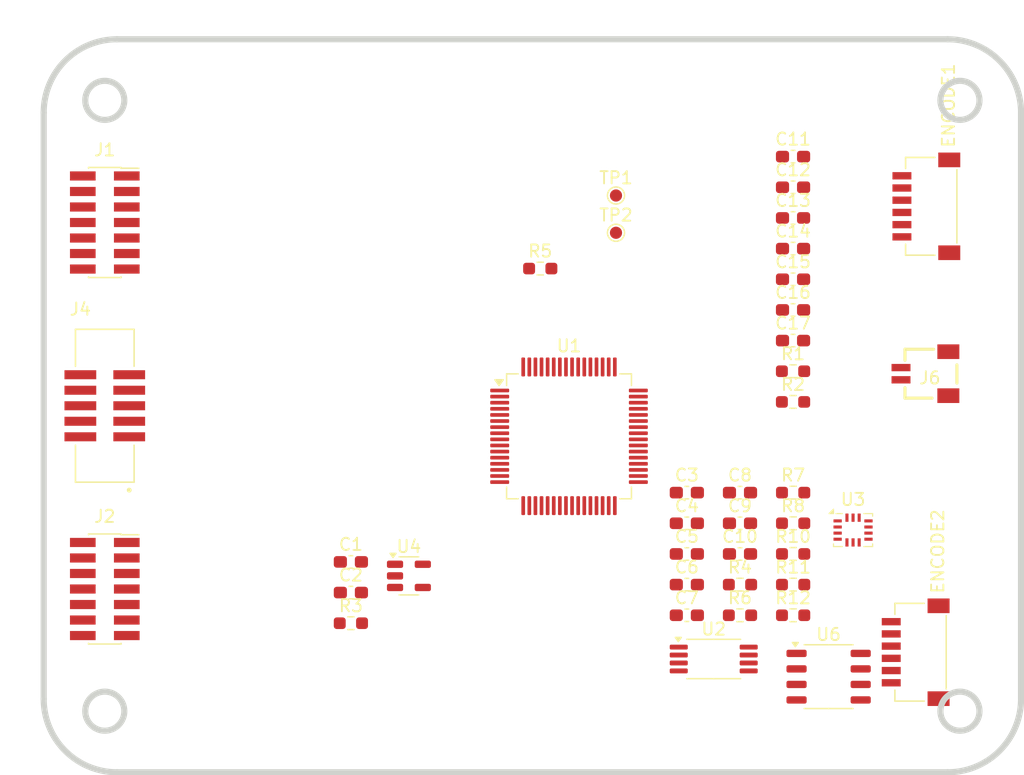
<source format=kicad_pcb>
(kicad_pcb (version 20241229) (generator "pcbnew") (generator_version "9.0")
  (layers (0 "F.Cu" signal) (2 "B.Cu" signal) (13 "F.Paste" user) (15 "B.Paste" user) (5 "F.SilkS" user "F.Silkscreen") (7 "B.SilkS" user "B.Silkscreen") (1 "F.Mask" user) (3 "B.Mask" user) (25 "Edge.Cuts" user))
  (net 0 "")
  (net 1 "/MCU_Part/PA11_TIM1_CH4")
  (net 2 "/MCU_Part/PC9_TIM8_CH4")
  (net 3 "/MCU_Part/Peripheral/24C02_SDA")
  (net 4 "+3.3V")
  (net 5 "GND")
  (net 6 "+5V")
  (net 7 "/MCU_Part/Peripheral/24C02_SCL")
  (net 8 "Net-(U6-STB)")
  (net 9 "Net-(U2-WP)")
  (net 10 "/3.3V")
  (net 11 "/CAN_L")
  (net 12 "/CAN_H")
  (net 13 "Net-(U6-CAN_L)")
  (net 14 "Net-(U6-CAN_H)")
  (net 15 "Net-(U3-INT2{slash}FSYNC{slash}CLKIN)")
  (net 16 "Net-(U3-AP_CS)")
  (net 18 "/MCU_Part/Peripheral/PB11_FDCAN2_RX")
  (net 19 "/MCU_Part/Peripheral/PB6_FDCAN2_TX")
  (net 21 "/MOTOR2_BREAK")
  (net 22 "/MOTOR2_U-")
  (net 23 "/busCurrent")
  (net 24 "/MOTOR2_ENCODE_CLK")
  (net 27 "/MOTOR2_ENCODE_CS")
  (net 28 "/MOTOR2_U+")
  (net 29 "/MCU_Part/Peripheral/ICM-20602-INT")
  (net 30 "/MOTOR2_ENCODE_MISO")
  (net 31 "/MOTOR2_ENCODE_MOSI")
  (net 32 "/MOTOR1_W+")
  (net 33 "/MOTOR2_W+")
  (net 34 "/MOTOR1_V+")
  (net 35 "/MOTOR1_ENCODE_MOSI")
  (net 36 "/MOTOR1_ENCODE_MISO")
  (net 37 "/MOTOR1_ADC_W")
  (net 38 "/Debug_Tx")
  (net 40 "/MOTOR2_ADC_V")
  (net 42 "/MOTOR2_V+")
  (net 43 "/MOTOR1_U+")
  (net 46 "/MOTOR1_ADC_V")
  (net 47 "/MOTOR2_ADC_U")
  (net 49 "/MOTOR1_ENCODE_CS")
  (net 50 "/MOTOR1_ADC_U")
  (net 51 "/MOTOR2_V-")
  (net 53 "/BusVoltage")
  (net 54 "/Debug_sck")
  (net 56 "/MOTOR2_ADC_W")
  (net 57 "/MOTOR1_ENCODE_CLK")
  (net 58 "/Debug_Rx")
  (net 59 "/MOTOR1_U-")
  (net 60 "/Debug_swd")
  (net 61 "/MOTOR1_V-")
  (net 63 "/MOTOR1_BREAK")
  (net 66 "Net-(J4-Pin_5)")
  (footprint "Capacitor_SMD:C_0603_1608Metric_Pad1.08x0.95mm_HandSolder" (layer "F.Cu") (at 129.3375 66.625)
    (property "Reference" "C13" (at 0 -1.43 0) (layer "F.SilkS"))
    (property "Value" "0.1uF")
    (fp_line (start -0.146267 -0.51) (end 0.146267 -0.51) (stroke (width 0.12)) (layer "F.SilkS"))
    (fp_line (start -0.146267 0.51) (end 0.146267 0.51) (stroke (width 0.12)) (layer "F.SilkS"))
    (pad "1" smd roundrect (at -0.8625 0) (size 1.075 0.95) (layers "F.Cu" "F.Mask" "F.Paste") (net 4 "+3.3V"))
    (pad "2" smd roundrect (at 0.8625 0) (size 1.075 0.95) (layers "F.Cu" "F.Mask" "F.Paste") (net 5 "GND"))
  )
  (footprint "Capacitor_SMD:C_0603_1608Metric_Pad1.08x0.95mm_HandSolder" (layer "F.Cu") (at 129.3375 76.665)
    (property "Reference" "C17" (at 0 -1.43 0) (layer "F.SilkS"))
    (property "Value" "0.1uF")
    (fp_line (start -0.146267 -0.51) (end 0.146267 -0.51) (stroke (width 0.12)) (layer "F.SilkS"))
    (fp_line (start -0.146267 0.51) (end 0.146267 0.51) (stroke (width 0.12)) (layer "F.SilkS"))
    (pad "1" smd roundrect (at -0.8625 0) (size 1.075 0.95) (layers "F.Cu" "F.Mask" "F.Paste") (net 4 "+3.3V"))
    (pad "2" smd roundrect (at 0.8625 0) (size 1.075 0.95) (layers "F.Cu" "F.Mask" "F.Paste") (net 5 "GND"))
  )
  (footprint "Capacitor_SMD:C_0603_1608Metric_Pad1.08x0.95mm_HandSolder" (layer "F.Cu") (at 129.3375 71.645)
    (property "Reference" "C15" (at 0 -1.43 0) (layer "F.SilkS"))
    (property "Value" "0.1uF")
    (fp_line (start -0.146267 -0.51) (end 0.146267 -0.51) (stroke (width 0.12)) (layer "F.SilkS"))
    (fp_line (start -0.146267 0.51) (end 0.146267 0.51) (stroke (width 0.12)) (layer "F.SilkS"))
    (pad "1" smd roundrect (at -0.8625 0) (size 1.075 0.95) (layers "F.Cu" "F.Mask" "F.Paste") (net 4 "+3.3V"))
    (pad "2" smd roundrect (at 0.8625 0) (size 1.075 0.95) (layers "F.Cu" "F.Mask" "F.Paste") (net 5 "GND"))
  )
  (footprint "Resistor_SMD:R_0603_1608Metric_Pad0.98x0.95mm_HandSolder" (layer "F.Cu") (at 129.345 96.64)
    (property "Reference" "R11" (at 0 -1.43 0) (layer "F.SilkS"))
    (property "Value" "10R")
    (fp_line (start -0.254724 -0.5225) (end 0.254724 -0.5225) (stroke (width 0.12)) (layer "F.SilkS"))
    (fp_line (start -0.254724 0.5225) (end 0.254724 0.5225) (stroke (width 0.12)) (layer "F.SilkS"))
    (pad "1" smd roundrect (at -0.9125 0) (size 0.975 0.95) (layers "F.Cu" "F.Mask" "F.Paste") (net 13 "Net-(U6-CAN_L)"))
    (pad "2" smd roundrect (at 0.9125 0) (size 0.975 0.95) (layers "F.Cu" "F.Mask" "F.Paste") (net 11 "/CAN_L"))
  )
  (footprint "Capacitor_SMD:C_0603_1608Metric_Pad1.08x0.95mm_HandSolder" (layer "F.Cu") (at 120.645 99.15)
    (property "Reference" "C7" (at 0 -1.43 0) (layer "F.SilkS"))
    (property "Value" "100pF")
    (fp_line (start -0.146267 -0.51) (end 0.146267 -0.51) (stroke (width 0.12)) (layer "F.SilkS"))
    (fp_line (start -0.146267 0.51) (end 0.146267 0.51) (stroke (width 0.12)) (layer "F.SilkS"))
    (pad "1" smd roundrect (at -0.8625 0) (size 1.075 0.95) (layers "F.Cu" "F.Mask" "F.Paste") (net 18 "/MCU_Part/Peripheral/PB11_FDCAN2_RX"))
    (pad "2" smd roundrect (at 0.8625 0) (size 1.075 0.95) (layers "F.Cu" "F.Mask" "F.Paste") (net 5 "GND"))
  )
  (footprint "Resistor_SMD:R_0603_1608Metric_Pad0.98x0.95mm_HandSolder" (layer "F.Cu") (at 124.995 99.15)
    (property "Reference" "R6" (at 0 -1.43 0) (layer "F.SilkS"))
    (property "Value" "10K")
    (fp_line (start -0.254724 -0.5225) (end 0.254724 -0.5225) (stroke (width 0.12)) (layer "F.SilkS"))
    (fp_line (start -0.254724 0.5225) (end 0.254724 0.5225) (stroke (width 0.12)) (layer "F.SilkS"))
    (pad "1" smd roundrect (at -0.9125 0) (size 0.975 0.95) (layers "F.Cu" "F.Mask" "F.Paste") (net 9 "Net-(U2-WP)"))
    (pad "2" smd roundrect (at 0.9125 0) (size 0.975 0.95) (layers "F.Cu" "F.Mask" "F.Paste") (net 5 "GND"))
  )
  (footprint "Capacitor_SMD:C_0603_1608Metric_Pad1.08x0.95mm_HandSolder" (layer "F.Cu") (at 120.645 94.13)
    (property "Reference" "C5" (at 0 -1.43 0) (layer "F.SilkS"))
    (property "Value" "2.2uF")
    (fp_line (start -0.146267 -0.51) (end 0.146267 -0.51) (stroke (width 0.12)) (layer "F.SilkS"))
    (fp_line (start -0.146267 0.51) (end 0.146267 0.51) (stroke (width 0.12)) (layer "F.SilkS"))
    (pad "1" smd roundrect (at -0.8625 0) (size 1.075 0.95) (layers "F.Cu" "F.Mask" "F.Paste") (net 4 "+3.3V"))
    (pad "2" smd roundrect (at 0.8625 0) (size 1.075 0.95) (layers "F.Cu" "F.Mask" "F.Paste") (net 5 "GND"))
  )
  (footprint "Resistor_SMD:R_0603_1608Metric_Pad0.98x0.95mm_HandSolder" (layer "F.Cu") (at 108.645 70.77)
    (property "Reference" "R5" (at 0 -1.43 0) (layer "F.SilkS"))
    (property "Value" "NC")
    (fp_line (start -0.254724 -0.5225) (end 0.254724 -0.5225) (stroke (width 0.12)) (layer "F.SilkS"))
    (fp_line (start -0.254724 0.5225) (end 0.254724 0.5225) (stroke (width 0.12)) (layer "F.SilkS"))
    (pad "1" smd roundrect (at -0.9125 0) (size 0.975 0.95) (layers "F.Cu" "F.Mask" "F.Paste") (net 10 "/3.3V"))
    (pad "2" smd roundrect (at 0.9125 0) (size 0.975 0.95) (layers "F.Cu" "F.Mask" "F.Paste") (net 66 "Net-(J4-Pin_5)"))
  )
  (footprint "Connector_PinSocket_1.27mm:PinSocket_2x07_P1.27mm_Vertical_SMD" (layer "F.Cu") (at 73 97)
    (property "Reference" "J2" (at 0 -5.945 0) (layer "F.SilkS"))
    (property "Value" "Conn_02x07_Odd_Even")
    (fp_line (start -1.33 -4.505) (end -1.33 -4.445) (stroke (width 0.12)) (layer "F.SilkS"))
    (fp_line (start -1.33 -4.505) (end 1.33 -4.505) (stroke (width 0.12)) (layer "F.SilkS"))
    (fp_line (start -1.33 4.445) (end -1.33 4.505) (stroke (width 0.12)) (layer "F.SilkS"))
    (fp_line (start -1.33 4.505) (end 1.33 4.505) (stroke (width 0.12)) (layer "F.SilkS"))
    (fp_line (start 1.33 -4.505) (end 1.33 -4.445) (stroke (width 0.12)) (layer "F.SilkS"))
    (fp_line (start 1.33 -4.445) (end 2.79 -4.445) (stroke (width 0.12)) (layer "F.SilkS"))
    (fp_line (start 1.33 4.445) (end 1.33 4.505) (stroke (width 0.12)) (layer "F.SilkS"))
    (pad "1" smd rect (at 1.8 -3.81) (size 2.1 0.75) (layers "F.Cu" "F.Mask" "F.Paste") (net 47 "/MOTOR2_ADC_U"))
    (pad "2" smd rect (at -1.8 -3.81) (size 2.1 0.75) (layers "F.Cu" "F.Mask" "F.Paste") (net 28 "/MOTOR2_U+"))
    (pad "3" smd rect (at 1.8 -2.54) (size 2.1 0.75) (layers "F.Cu" "F.Mask" "F.Paste") (net 40 "/MOTOR2_ADC_V"))
    (pad "4" smd rect (at -1.8 -2.54) (size 2.1 0.75) (layers "F.Cu" "F.Mask" "F.Paste") (net 22 "/MOTOR2_U-"))
    (pad "5" smd rect (at 1.8 -1.27) (size 2.1 0.75) (layers "F.Cu" "F.Mask" "F.Paste") (net 56 "/MOTOR2_ADC_W"))
    (pad "6" smd rect (at -1.8 -1.27) (size 2.1 0.75) (layers "F.Cu" "F.Mask" "F.Paste") (net 42 "/MOTOR2_V+"))
    (pad "7" smd rect (at 1.8 0) (size 2.1 0.75) (layers "F.Cu" "F.Mask" "F.Paste") (net 21 "/MOTOR2_BREAK"))
    (pad "8" smd rect (at -1.8 0) (size 2.1 0.75) (layers "F.Cu" "F.Mask" "F.Paste") (net 51 "/MOTOR2_V-"))
    (pad "9" smd rect (at 1.8 1.27) (size 2.1 0.75) (layers "F.Cu" "F.Mask" "F.Paste") (net 6 "+5V"))
    (pad "10" smd rect (at -1.8 1.27) (size 2.1 0.75) (layers "F.Cu" "F.Mask" "F.Paste") (net 33 "/MOTOR2_W+"))
    (pad "11" smd rect (at 1.8 2.54) (size 2.1 0.75) (layers "F.Cu" "F.Mask" "F.Paste") (net 10 "/3.3V"))
    (pad "12" smd rect (at -1.8 2.54) (size 2.1 0.75) (layers "F.Cu" "F.Mask" "F.Paste") (net 22 "/MOTOR2_U-"))
    (pad "13" smd rect (at 1.8 3.81) (size 2.1 0.75) (layers "F.Cu" "F.Mask" "F.Paste") (net 5 "GND"))
    (pad "14" smd rect (at -1.8 3.81) (size 2.1 0.75) (layers "F.Cu" "F.Mask" "F.Paste"))
  )
  (footprint "footprints:Box_Head_1.27mm_SMD_Vertical_02x05" (layer "F.Cu") (at 73 82 90)
    (property "Reference" "J4" (at 7.905 -2 0) (layer "F.SilkS"))
    (property "Value" "Conn_02x05_Odd_Even")
    (fp_line (start 6.255 -2.4) (end 6.255 2.4) (stroke (width 0.127)) (layer "F.SilkS"))
    (fp_line (start 3.23 -2.4) (end 6.255 -2.4) (stroke (width 0.127)) (layer "F.SilkS"))
    (fp_line (start -6.255 -2.4) (end -3.23 -2.4) (stroke (width 0.127)) (layer "F.SilkS"))
    (fp_line (start 3.23 2.4) (end 6.255 2.4) (stroke (width 0.127)) (layer "F.SilkS"))
    (fp_line (start -3.23 2.4) (end -6.255 2.4) (stroke (width 0.127)) (layer "F.SilkS"))
    (fp_line (start -6.255 2.4) (end -6.255 -2.4) (stroke (width 0.127)) (layer "F.SilkS"))
    (fp_circle (center -6.905 2) (end -6.805 2) (stroke (width 0.2)) (fill no) (layer "F.SilkS"))
    (pad "" np_thru_hole circle (at -1.905 0 90) (size 1 1) (drill 1) (layers "*.Cu" "*.Mask"))
    (pad "" np_thru_hole circle (at -1.905 0 90) (size 1 1) (drill 1) (layers "*.Cu" "*.Mask"))
    (pad "" np_thru_hole circle (at 1.905 0 90) (size 1 1) (drill 1) (layers "*.Cu" "*.Mask"))
    (pad "" np_thru_hole circle (at 1.905 0 90) (size 1 1) (drill 1) (layers "*.Cu" "*.Mask"))
    (pad "1" smd rect (at -2.54 2 90) (size 0.74 2.6) (layers "F.Cu" "F.Mask" "F.Paste") (net 5 "GND"))
    (pad "2" smd rect (at -2.54 -2 90) (size 0.74 2.6) (layers "F.Cu" "F.Mask" "F.Paste") (net 5 "GND"))
    (pad "3" smd rect (at -1.27 2 90) (size 0.74 2.6) (layers "F.Cu" "F.Mask" "F.Paste") (net 5 "GND"))
    (pad "4" smd rect (at -1.27 -2 90) (size 0.74 2.6) (layers "F.Cu" "F.Mask" "F.Paste") (net 5 "GND"))
    (pad "5" smd rect (at 0 2 90) (size 0.74 2.6) (layers "F.Cu" "F.Mask" "F.Paste") (net 66 "Net-(J4-Pin_5)"))
    (pad "6" smd rect (at 0 -2 90) (size 0.74 2.6) (layers "F.Cu" "F.Mask" "F.Paste") (net 5 "GND"))
    (pad "7" smd rect (at 1.27 2 90) (size 0.74 2.6) (layers "F.Cu" "F.Mask" "F.Paste") (net 60 "/Debug_swd"))
    (pad "8" smd rect (at 1.27 -2 90) (size 0.74 2.6) (layers "F.Cu" "F.Mask" "F.Paste") (net 38 "/Debug_Tx"))
    (pad "9" smd rect (at 2.54 2 90) (size 0.74 2.6) (layers "F.Cu" "F.Mask" "F.Paste") (net 54 "/Debug_sck"))
    (pad "10" smd rect (at 2.54 -2 90) (size 0.74 2.6) (layers "F.Cu" "F.Mask" "F.Paste") (net 58 "/Debug_Rx"))
  )
  (footprint "Capacitor_SMD:C_0603_1608Metric_Pad1.08x0.95mm_HandSolder" (layer "F.Cu") (at 129.3375 74.155)
    (property "Reference" "C16" (at 0 -1.43 0) (layer "F.SilkS"))
    (property "Value" "0.1uF")
    (fp_line (start -0.146267 -0.51) (end 0.146267 -0.51) (stroke (width 0.12)) (layer "F.SilkS"))
    (fp_line (start -0.146267 0.51) (end 0.146267 0.51) (stroke (width 0.12)) (layer "F.SilkS"))
    (pad "1" smd roundrect (at -0.8625 0) (size 1.075 0.95) (layers "F.Cu" "F.Mask" "F.Paste") (net 4 "+3.3V"))
    (pad "2" smd roundrect (at 0.8625 0) (size 1.075 0.95) (layers "F.Cu" "F.Mask" "F.Paste") (net 5 "GND"))
  )
  (footprint "Capacitor_SMD:C_0603_1608Metric_Pad1.08x0.95mm_HandSolder" (layer "F.Cu") (at 129.3375 69.135)
    (property "Reference" "C14" (at 0 -1.43 0) (layer "F.SilkS"))
    (property "Value" "0.1uF")
    (fp_line (start -0.146267 -0.51) (end 0.146267 -0.51) (stroke (width 0.12)) (layer "F.SilkS"))
    (fp_line (start -0.146267 0.51) (end 0.146267 0.51) (stroke (width 0.12)) (layer "F.SilkS"))
    (pad "1" smd roundrect (at -0.8625 0) (size 1.075 0.95) (layers "F.Cu" "F.Mask" "F.Paste") (net 4 "+3.3V"))
    (pad "2" smd roundrect (at 0.8625 0) (size 1.075 0.95) (layers "F.Cu" "F.Mask" "F.Paste") (net 5 "GND"))
  )
  (footprint "Capacitor_SMD:C_0603_1608Metric_Pad1.08x0.95mm_HandSolder" (layer "F.Cu") (at 120.645 96.64)
    (property "Reference" "C6" (at 0 -1.43 0) (layer "F.SilkS"))
    (property "Value" "0.01uF")
    (fp_line (start -0.146267 -0.51) (end 0.146267 -0.51) (stroke (width 0.12)) (layer "F.SilkS"))
    (fp_line (start -0.146267 0.51) (end 0.146267 0.51) (stroke (width 0.12)) (layer "F.SilkS"))
    (pad "1" smd roundrect (at -0.8625 0) (size 1.075 0.95) (layers "F.Cu" "F.Mask" "F.Paste") (net 4 "+3.3V"))
    (pad "2" smd roundrect (at 0.8625 0) (size 1.075 0.95) (layers "F.Cu" "F.Mask" "F.Paste") (net 5 "GND"))
  )
  (footprint "Package_LGA:Bosch_LGA-14_3x2.5mm_P0.5mm" (layer "F.Cu") (at 134.25 92.175)
    (property "Reference" "U3" (at 0 -2.5 0) (layer "F.SilkS"))
    (property "Value" "ICM-42668-P")
    (fp_line (start -1.6 1.35) (end -1.6 1.13) (stroke (width 0.1)) (layer "F.SilkS"))
    (fp_line (start -1.6 1.35) (end -0.88 1.35) (stroke (width 0.1)) (layer "F.SilkS"))
    (fp_line (start -1.4 -1.35) (end -0.88 -1.35) (stroke (width 0.1)) (layer "F.SilkS"))
    (fp_line (start 0.88 -1.35) (end 1.6 -1.35) (stroke (width 0.1)) (layer "F.SilkS"))
    (fp_line (start 1.6 -1.35) (end 1.6 -1.13) (stroke (width 0.1)) (layer "F.SilkS"))
    (fp_line (start 1.6 1.13) (end 1.6 1.35) (stroke (width 0.1)) (layer "F.SilkS"))
    (fp_line (start 1.6 1.35) (end 0.88 1.35) (stroke (width 0.1)) (layer "F.SilkS"))
    (fp_poly (pts (xy -1.6 -1.35) (xy -1.96 -1.35) (xy -1.6 -1.71) (xy -1.6 -1.35)) (stroke (width 0.1)) (fill yes) (layer "F.SilkS"))
    (pad "1" smd rect (at -1.2625 -0.75) (size 0.675 0.25) (layers "F.Cu" "F.Mask" "F.Paste") (net 16 "Net-(U3-AP_CS)"))
    (pad "2" smd rect (at -1.2625 -0.25) (size 0.675 0.25) (layers "F.Cu" "F.Mask" "F.Paste") (net 5 "GND"))
    (pad "3" smd rect (at -1.2625 0.25) (size 0.675 0.25) (layers "F.Cu" "F.Mask" "F.Paste") (net 5 "GND"))
    (pad "4" smd rect (at -1.2625 0.75) (size 0.675 0.25) (layers "F.Cu" "F.Mask" "F.Paste") (net 29 "/MCU_Part/Peripheral/ICM-20602-INT"))
    (pad "5" smd rect (at -0.5 1.0125) (size 0.25 0.675) (layers "F.Cu" "F.Mask" "F.Paste") (net 4 "+3.3V"))
    (pad "6" smd rect (at 0 1.0125) (size 0.25 0.675) (layers "F.Cu" "F.Mask" "F.Paste") (net 5 "GND"))
    (pad "7" smd rect (at 0.5 1.0125) (size 0.25 0.675) (layers "F.Cu" "F.Mask" "F.Paste") (net 5 "GND"))
    (pad "8" smd rect (at 1.2625 0.75) (size 0.675 0.25) (layers "F.Cu" "F.Mask" "F.Paste") (net 4 "+3.3V"))
    (pad "9" smd rect (at 1.2625 0.25) (size 0.675 0.25) (layers "F.Cu" "F.Mask" "F.Paste") (net 15 "Net-(U3-INT2{slash}FSYNC{slash}CLKIN)"))
    (pad "10" smd rect (at 1.2625 -0.25) (size 0.675 0.25) (layers "F.Cu" "F.Mask" "F.Paste") (net 5 "GND"))
    (pad "11" smd rect (at 1.2625 -0.75) (size 0.675 0.25) (layers "F.Cu" "F.Mask" "F.Paste") (net 5 "GND"))
    (pad "12" smd rect (at 0.5 -1.0125) (size 0.25 0.675) (layers "F.Cu" "F.Mask" "F.Paste") (net 16 "Net-(U3-AP_CS)"))
    (pad "13" smd rect (at 0 -1.0125) (size 0.25 0.675) (layers "F.Cu" "F.Mask" "F.Paste") (net 7 "/MCU_Part/Peripheral/24C02_SCL"))
    (pad "14" smd rect (at -0.5 -1.0125) (size 0.25 0.675) (layers "F.Cu" "F.Mask" "F.Paste") (net 3 "/MCU_Part/Peripheral/24C02_SDA"))
  )
  (footprint "TestPoint:TestPoint_Pad_D1.0mm" (layer "F.Cu") (at 114.845 64.79)
    (property "Reference" "TP1" (at 0 -1.448 0) (layer "F.SilkS"))
    (property "Value" "TestPoint_Small")
    (fp_circle (center 0 0) (end 0 0.7) (stroke (width 0.12)) (fill no) (layer "F.SilkS"))
    (pad "1" smd circle (at 0 0) (size 1 1) (layers "F.Cu" "F.Mask") (net 1 "/MCU_Part/PA11_TIM1_CH4"))
  )
  (footprint "Resistor_SMD:R_0603_1608Metric_Pad0.98x0.95mm_HandSolder" (layer "F.Cu") (at 129.345 91.62)
    (property "Reference" "R8" (at 0 -1.43 0) (layer "F.SilkS"))
    (property "Value" "10K")
    (fp_line (start -0.254724 -0.5225) (end 0.254724 -0.5225) (stroke (width 0.12)) (layer "F.SilkS"))
    (fp_line (start -0.254724 0.5225) (end 0.254724 0.5225) (stroke (width 0.12)) (layer "F.SilkS"))
    (pad "1" smd roundrect (at -0.9125 0) (size 0.975 0.95) (layers "F.Cu" "F.Mask" "F.Paste") (net 15 "Net-(U3-INT2{slash}FSYNC{slash}CLKIN)"))
    (pad "2" smd roundrect (at 0.9125 0) (size 0.975 0.95) (layers "F.Cu" "F.Mask" "F.Paste") (net 5 "GND"))
  )
  (footprint "footprints:JST_SH_BM02B-SRSS-TB_1x02-1MP_P1.00mm_Horizontal" (layer "F.Cu") (at 140.15 79.375 90)
    (property "Reference" "J6" (at -0.346857 0.390964 0) (layer "F.SilkS") (effects (font (size 1.00248 1.00248))))
    (property "Value" "Conn_01x02_MountingPin")
    (fp_line (start 2 -1.65) (end 1.1 -1.65) (stroke (width 0.254)) (layer "F.SilkS"))
    (fp_line (start 2 -1.65) (end 2 0.697) (stroke (width 0.254)) (layer "F.SilkS"))
    (fp_line (start -2 -1.65) (end -1.145 -1.65) (stroke (width 0.254)) (layer "F.SilkS"))
    (fp_line (start -2 -1.65) (end -2 0.563) (stroke (width 0.254)) (layer "F.SilkS"))
    (fp_line (start -0.767 2.6) (end 0.722 2.6) (stroke (width 0.254)) (layer "F.SilkS"))
    (pad "1" smd rect (at -0.5 -1.975 90) (size 0.6 1.55) (layers "F.Cu" "F.Mask" "F.Paste") (net 12 "/CAN_H"))
    (pad "2" smd rect (at 0.5 -1.975 90) (size 0.6 1.55) (layers "F.Cu" "F.Mask" "F.Paste") (net 11 "/CAN_L"))
    (pad "MP" smd rect (at -1.8 1.9 90) (size 1.2 1.8) (layers "F.Cu" "F.Mask" "F.Paste") (net 5 "GND"))
    (pad "MP" smd rect (at 1.8 1.9 90) (size 1.2 1.8) (layers "F.Cu" "F.Mask" "F.Paste") (net 5 "GND"))
  )
  (footprint "Capacitor_SMD:C_0603_1608Metric_Pad1.08x0.95mm_HandSolder" (layer "F.Cu") (at 120.645 89.11)
    (property "Reference" "C3" (at 0 -1.43 0) (layer "F.SilkS"))
    (property "Value" "0.1uF")
    (fp_line (start -0.146267 -0.51) (end 0.146267 -0.51) (stroke (width 0.12)) (layer "F.SilkS"))
    (fp_line (start -0.146267 0.51) (end 0.146267 0.51) (stroke (width 0.12)) (layer "F.SilkS"))
    (pad "1" smd roundrect (at -0.8625 0) (size 1.075 0.95) (layers "F.Cu" "F.Mask" "F.Paste") (net 4 "+3.3V"))
    (pad "2" smd roundrect (at 0.8625 0) (size 1.075 0.95) (layers "F.Cu" "F.Mask" "F.Paste") (net 5 "GND"))
  )
  (footprint "Capacitor_SMD:C_0603_1608Metric_Pad1.08x0.95mm_HandSolder" (layer "F.Cu") (at 124.995 94.13)
    (property "Reference" "C10" (at 0 -1.43 0) (layer "F.SilkS"))
    (property "Value" "0.1uF")
    (fp_line (start -0.146267 -0.51) (end 0.146267 -0.51) (stroke (width 0.12)) (layer "F.SilkS"))
    (fp_line (start -0.146267 0.51) (end 0.146267 0.51) (stroke (width 0.12)) (layer "F.SilkS"))
    (pad "1" smd roundrect (at -0.8625 0) (size 1.075 0.95) (layers "F.Cu" "F.Mask" "F.Paste") (net 6 "+5V"))
    (pad "2" smd roundrect (at 0.8625 0) (size 1.075 0.95) (layers "F.Cu" "F.Mask" "F.Paste") (net 5 "GND"))
  )
  (footprint "Resistor_SMD:R_0603_1608Metric_Pad0.98x0.95mm_HandSolder" (layer "F.Cu") (at 129.345 89.11)
    (property "Reference" "R7" (at 0 -1.43 0) (layer "F.SilkS"))
    (property "Value" "10K")
    (fp_line (start -0.254724 -0.5225) (end 0.254724 -0.5225) (stroke (width 0.12)) (layer "F.SilkS"))
    (fp_line (start -0.254724 0.5225) (end 0.254724 0.5225) (stroke (width 0.12)) (layer "F.SilkS"))
    (pad "1" smd roundrect (at -0.9125 0) (size 0.975 0.95) (layers "F.Cu" "F.Mask" "F.Paste") (net 4 "+3.3V"))
    (pad "2" smd roundrect (at 0.9125 0) (size 0.975 0.95) (layers "F.Cu" "F.Mask" "F.Paste") (net 16 "Net-(U3-AP_CS)"))
  )
  (footprint "footprints:JST_SH_BM06B-SRSS-TB_1x06-1MP_P1.00mm_Horizontal" (layer "F.Cu") (at 138.25 65.675 90)
    (property "Reference" "ENCODE1" (at 8.255 3.81 90) (layer "F.SilkS"))
    (property "Value" "ENCODE1")
    (fp_line (start 4 0.3) (end 3.1 0.3) (stroke (width 0.127)) (layer "F.SilkS"))
    (fp_line (start -4 0.3) (end -3.1 0.3) (stroke (width 0.127)) (layer "F.SilkS"))
    (fp_line (start 4 2.7) (end 4 0.3) (stroke (width 0.127)) (layer "F.SilkS"))
    (fp_line (start -4 2.7) (end -4 0.3) (stroke (width 0.127)) (layer "F.SilkS"))
    (fp_line (start -3 4.5) (end 3 4.5) (stroke (width 0.127)) (layer "F.SilkS"))
    (pad "1" smd rect (at -2.5 0 90) (size 0.6 1.55) (layers "F.Cu" "F.Mask" "F.Paste") (net 10 "/3.3V"))
    (pad "2" smd rect (at -1.5 0 90) (size 0.6 1.55) (layers "F.Cu" "F.Mask" "F.Paste") (net 24 "/MOTOR2_ENCODE_CLK"))
    (pad "3" smd rect (at -0.5 0 90) (size 0.6 1.55) (layers "F.Cu" "F.Mask" "F.Paste") (net 31 "/MOTOR2_ENCODE_MOSI"))
    (pad "4" smd rect (at 0.5 0 90) (size 0.6 1.55) (layers "F.Cu" "F.Mask" "F.Paste") (net 30 "/MOTOR2_ENCODE_MISO"))
    (pad "5" smd rect (at 1.5 0 90) (size 0.6 1.55) (layers "F.Cu" "F.Mask" "F.Paste") (net 27 "/MOTOR2_ENCODE_CS"))
    (pad "6" smd rect (at 2.5 0 90) (size 0.6 1.55) (layers "F.Cu" "F.Mask" "F.Paste") (net 5 "GND"))
    (pad "MP" smd rect (at -3.8 3.875 90) (size 1.2 1.8) (layers "F.Cu" "F.Mask" "F.Paste") (net 5 "GND"))
    (pad "MP" smd rect (at 3.8 3.875 90) (size 1.2 1.8) (layers "F.Cu" "F.Mask" "F.Paste") (net 5 "GND"))
  )
  (footprint "footprints:JST_SH_BM06B-SRSS-TB_1x06-1MP_P1.00mm_Horizontal" (layer "F.Cu") (at 137.375 102.175 90)
    (property "Reference" "ENCODE2" (at 8.255 3.81 90) (layer "F.SilkS"))
    (property "Value" "Conn_01x06_MountingPin")
    (fp_line (start 4 0.3) (end 3.1 0.3) (stroke (width 0.127)) (layer "F.SilkS"))
    (fp_line (start -4 0.3) (end -3.1 0.3) (stroke (width 0.127)) (layer "F.SilkS"))
    (fp_line (start 4 2.7) (end 4 0.3) (stroke (width 0.127)) (layer "F.SilkS"))
    (fp_line (start -4 2.7) (end -4 0.3) (stroke (width 0.127)) (layer "F.SilkS"))
    (fp_line (start -3 4.5) (end 3 4.5) (stroke (width 0.127)) (layer "F.SilkS"))
    (pad "1" smd rect (at -2.5 0 90) (size 0.6 1.55) (layers "F.Cu" "F.Mask" "F.Paste") (net 10 "/3.3V"))
    (pad "2" smd rect (at -1.5 0 90) (size 0.6 1.55) (layers "F.Cu" "F.Mask" "F.Paste") (net 57 "/MOTOR1_ENCODE_CLK"))
    (pad "3" smd rect (at -0.5 0 90) (size 0.6 1.55) (layers "F.Cu" "F.Mask" "F.Paste") (net 35 "/MOTOR1_ENCODE_MOSI"))
    (pad "4" smd rect (at 0.5 0 90) (size 0.6 1.55) (layers "F.Cu" "F.Mask" "F.Paste") (net 36 "/MOTOR1_ENCODE_MISO"))
    (pad "5" smd rect (at 1.5 0 90) (size 0.6 1.55) (layers "F.Cu" "F.Mask" "F.Paste") (net 49 "/MOTOR1_ENCODE_CS"))
    (pad "6" smd rect (at 2.5 0 90) (size 0.6 1.55) (layers "F.Cu" "F.Mask" "F.Paste") (net 5 "GND"))
    (pad "MP" smd rect (at -3.8 3.875 90) (size 1.2 1.8) (layers "F.Cu" "F.Mask" "F.Paste") (net 5 "GND"))
    (pad "MP" smd rect (at 3.8 3.875 90) (size 1.2 1.8) (layers "F.Cu" "F.Mask" "F.Paste") (net 5 "GND"))
  )
  (footprint "Resistor_SMD:R_0603_1608Metric_Pad0.98x0.95mm_HandSolder" (layer "F.Cu") (at 129.345 99.15)
    (property "Reference" "R12" (at 0 -1.43 0) (layer "F.SilkS"))
    (property "Value" "120R")
    (fp_line (start -0.254724 -0.5225) (end 0.254724 -0.5225) (stroke (width 0.12)) (layer "F.SilkS"))
    (fp_line (start -0.254724 0.5225) (end 0.254724 0.5225) (stroke (width 0.12)) (layer "F.SilkS"))
    (pad "1" smd roundrect (at -0.9125 0) (size 0.975 0.95) (layers "F.Cu" "F.Mask" "F.Paste") (net 12 "/CAN_H"))
    (pad "2" smd roundrect (at 0.9125 0) (size 0.975 0.95) (layers "F.Cu" "F.Mask" "F.Paste") (net 11 "/CAN_L"))
  )
  (footprint "Capacitor_SMD:C_0603_1608Metric_Pad1.08x0.95mm_HandSolder" (layer "F.Cu") (at 129.3375 61.605)
    (property "Reference" "C11" (at 0 -1.43 0) (layer "F.SilkS"))
    (property "Value" "0.1uF")
    (fp_line (start -0.146267 -0.51) (end 0.146267 -0.51) (stroke (width 0.12)) (layer "F.SilkS"))
    (fp_line (start -0.146267 0.51) (end 0.146267 0.51) (stroke (width 0.12)) (layer "F.SilkS"))
    (pad "1" smd roundrect (at -0.8625 0) (size 1.075 0.95) (layers "F.Cu" "F.Mask" "F.Paste") (net 4 "+3.3V"))
    (pad "2" smd roundrect (at 0.8625 0) (size 1.075 0.95) (layers "F.Cu" "F.Mask" "F.Paste") (net 5 "GND"))
  )
  (footprint "Package_TO_SOT_SMD:SOT-23-5" (layer "F.Cu") (at 97.895 95.925)
    (property "Reference" "U4" (at 0 -2.4 0) (layer "F.SilkS"))
    (property "Value" "RT9013-33GB")
    (fp_line (start 0 -1.56) (end -0.8 -1.56) (stroke (width 0.12)) (layer "F.SilkS"))
    (fp_line (start 0 -1.56) (end 0.8 -1.56) (stroke (width 0.12)) (layer "F.SilkS"))
    (fp_line (start 0 1.56) (end -0.8 1.56) (stroke (width 0.12)) (layer "F.SilkS"))
    (fp_line (start 0 1.56) (end 0.8 1.56) (stroke (width 0.12)) (layer "F.SilkS"))
    (fp_poly (pts (xy -1.3 -1.51) (xy -1.54 -1.84) (xy -1.06 -1.84)) (stroke (width 0.12)) (fill yes) (layer "F.SilkS"))
    (pad "1" smd roundrect (at -1.1375 -0.95) (size 1.325 0.6) (layers "F.Cu" "F.Mask" "F.Paste") (net 6 "+5V"))
    (pad "2" smd roundrect (at -1.1375 0) (size 1.325 0.6) (layers "F.Cu" "F.Mask" "F.Paste") (net 5 "GND"))
    (pad "3" smd roundrect (at -1.1375 0.95) (size 1.325 0.6) (layers "F.Cu" "F.Mask" "F.Paste") (net 6 "+5V"))
    (pad "4" smd roundrect (at 1.1375 0.95) (size 1.325 0.6) (layers "F.Cu" "F.Mask" "F.Paste"))
    (pad "5" smd roundrect (at 1.1375 -0.95) (size 1.325 0.6) (layers "F.Cu" "F.Mask" "F.Paste") (net 4 "+3.3V"))
  )
  (footprint "Resistor_SMD:R_0603_1608Metric_Pad0.98x0.95mm_HandSolder" (layer "F.Cu") (at 129.345 94.13)
    (property "Reference" "R10" (at 0 -1.43 0) (layer "F.SilkS"))
    (property "Value" "10R")
    (fp_line (start -0.254724 -0.5225) (end 0.254724 -0.5225) (stroke (width 0.12)) (layer "F.SilkS"))
    (fp_line (start -0.254724 0.5225) (end 0.254724 0.5225) (stroke (width 0.12)) (layer "F.SilkS"))
    (pad "1" smd roundrect (at -0.9125 0) (size 0.975 0.95) (layers "F.Cu" "F.Mask" "F.Paste") (net 14 "Net-(U6-CAN_H)"))
    (pad "2" smd roundrect (at 0.9125 0) (size 0.975 0.95) (layers "F.Cu" "F.Mask" "F.Paste") (net 12 "/CAN_H"))
  )
  (footprint "Capacitor_SMD:C_0603_1608Metric_Pad1.08x0.95mm_HandSolder" (layer "F.Cu") (at 93.145 94.78)
    (property "Reference" "C1" (at 0 -1.43 0) (layer "F.SilkS"))
    (property "Value" "1uF")
    (fp_line (start -0.146267 -0.51) (end 0.146267 -0.51) (stroke (width 0.12)) (layer "F.SilkS"))
    (fp_line (start -0.146267 0.51) (end 0.146267 0.51) (stroke (width 0.12)) (layer "F.SilkS"))
    (pad "1" smd roundrect (at -0.8625 0) (size 1.075 0.95) (layers "F.Cu" "F.Mask" "F.Paste") (net 6 "+5V"))
    (pad "2" smd roundrect (at 0.8625 0) (size 1.075 0.95) (layers "F.Cu" "F.Mask" "F.Paste") (net 5 "GND"))
  )
  (footprint "Package_SO:Infineon_PG-DSO-8-24_4x5mm" (layer "F.Cu") (at 132.25 104.175)
    (property "Reference" "U6" (at 0 -3.45 0) (layer "F.SilkS"))
    (property "Value" "TLE9251VSJ")
    (fp_line (start 0 -2.61) (end -2 -2.61) (stroke (width 0.12)) (layer "F.SilkS"))
    (fp_line (start 0 -2.61) (end 2 -2.61) (stroke (width 0.12)) (layer "F.SilkS"))
    (fp_line (start 0 2.61) (end -2 2.61) (stroke (width 0.12)) (layer "F.SilkS"))
    (fp_line (start 0 2.61) (end 2 2.61) (stroke (width 0.12)) (layer "F.SilkS"))
    (fp_poly (pts (xy -2.725 -2.465) (xy -2.965 -2.795) (xy -2.485 -2.795)) (stroke (width 0.12)) (fill yes) (layer "F.SilkS"))
    (pad "1" smd roundrect (at -2.625 -1.905) (size 1.65 0.6) (layers "F.Cu" "F.Mask" "F.Paste") (net 19 "/MCU_Part/Peripheral/PB6_FDCAN2_TX"))
    (pad "2" smd roundrect (at -2.625 -0.635) (size 1.65 0.6) (layers "F.Cu" "F.Mask" "F.Paste") (net 5 "GND"))
    (pad "3" smd roundrect (at -2.625 0.635) (size 1.65 0.6) (layers "F.Cu" "F.Mask" "F.Paste") (net 6 "+5V"))
    (pad "4" smd roundrect (at -2.625 1.905) (size 1.65 0.6) (layers "F.Cu" "F.Mask" "F.Paste") (net 18 "/MCU_Part/Peripheral/PB11_FDCAN2_RX"))
    (pad "5" smd roundrect (at 2.625 1.905) (size 1.65 0.6) (layers "F.Cu" "F.Mask" "F.Paste") (net 4 "+3.3V"))
    (pad "6" smd roundrect (at 2.625 0.635) (size 1.65 0.6) (layers "F.Cu" "F.Mask" "F.Paste") (net 13 "Net-(U6-CAN_L)"))
    (pad "7" smd roundrect (at 2.625 -0.635) (size 1.65 0.6) (layers "F.Cu" "F.Mask" "F.Paste") (net 14 "Net-(U6-CAN_H)"))
    (pad "8" smd roundrect (at 2.625 -1.905) (size 1.65 0.6) (layers "F.Cu" "F.Mask" "F.Paste") (net 8 "Net-(U6-STB)"))
  )
  (footprint "Resistor_SMD:R_0603_1608Metric_Pad0.98x0.95mm_HandSolder" (layer "F.Cu") (at 93.145 99.8)
    (property "Reference" "R3" (at 0 -1.43 0) (layer "F.SilkS"))
    (property "Value" "10K")
    (fp_line (start -0.254724 -0.5225) (end 0.254724 -0.5225) (stroke (width 0.12)) (layer "F.SilkS"))
    (fp_line (start -0.254724 0.5225) (end 0.254724 0.5225) (stroke (width 0.12)) (layer "F.SilkS"))
    (pad "1" smd roundrect (at -0.9125 0) (size 0.975 0.95) (layers "F.Cu" "F.Mask" "F.Paste") (net 6 "+5V"))
    (pad "2" smd roundrect (at 0.9125 0) (size 0.975 0.95) (layers "F.Cu" "F.Mask" "F.Paste") (net 5 "GND"))
  )
  (footprint "Capacitor_SMD:C_0603_1608Metric_Pad1.08x0.95mm_HandSolder" (layer "F.Cu") (at 120.645 91.62)
    (property "Reference" "C4" (at 0 -1.43 0) (layer "F.SilkS"))
    (property "Value" "0.1uF")
    (fp_line (start -0.146267 -0.51) (end 0.146267 -0.51) (stroke (width 0.12)) (layer "F.SilkS"))
    (fp_line (start -0.146267 0.51) (end 0.146267 0.51) (stroke (width 0.12)) (layer "F.SilkS"))
    (pad "1" smd roundrect (at -0.8625 0) (size 1.075 0.95) (layers "F.Cu" "F.Mask" "F.Paste") (net 4 "+3.3V"))
    (pad "2" smd roundrect (at 0.8625 0) (size 1.075 0.95) (layers "F.Cu" "F.Mask" "F.Paste") (net 5 "GND"))
  )
  (footprint "Connector_PinSocket_1.27mm:PinSocket_2x07_P1.27mm_Vertical_SMD" (layer "F.Cu") (at 73 67)
    (property "Reference" "J1" (at 0 -5.945 0) (layer "F.SilkS"))
    (property "Value" "Conn_02x07_Odd_Even")
    (fp_line (start -1.33 -4.505) (end -1.33 -4.445) (stroke (width 0.12)) (layer "F.SilkS"))
    (fp_line (start -1.33 -4.505) (end 1.33 -4.505) (stroke (width 0.12)) (layer "F.SilkS"))
    (fp_line (start -1.33 4.445) (end -1.33 4.505) (stroke (width 0.12)) (layer "F.SilkS"))
    (fp_line (start -1.33 4.505) (end 1.33 4.505) (stroke (width 0.12)) (layer "F.SilkS"))
    (fp_line (start 1.33 -4.505) (end 1.33 -4.445) (stroke (width 0.12)) (layer "F.SilkS"))
    (fp_line (start 1.33 -4.445) (end 2.79 -4.445) (stroke (width 0.12)) (layer "F.SilkS"))
    (fp_line (start 1.33 4.445) (end 1.33 4.505) (stroke (width 0.12)) (layer "F.SilkS"))
    (pad "1" smd rect (at 1.8 -3.81) (size 2.1 0.75) (layers "F.Cu" "F.Mask" "F.Paste") (net 50 "/MOTOR1_ADC_U"))
    (pad "2" smd rect (at -1.8 -3.81) (size 2.1 0.75) (layers "F.Cu" "F.Mask" "F.Paste") (net 43 "/MOTOR1_U+"))
    (pad "3" smd rect (at 1.8 -2.54) (size 2.1 0.75) (layers "F.Cu" "F.Mask" "F.Paste") (net 46 "/MOTOR1_ADC_V"))
    (pad "4" smd rect (at -1.8 -2.54) (size 2.1 0.75) (layers "F.Cu" "F.Mask" "F.Paste") (net 59 "/MOTOR1_U-"))
    (pad "5" smd rect (at 1.8 -1.27) (size 2.1 0.75) (layers "F.Cu" "F.Mask" "F.Paste") (net 37 "/MOTOR1_ADC_W"))
    (pad "6" smd rect (at -1.8 -1.27) (size 2.1 0.75) (layers "F.Cu" "F.Mask" "F.Paste") (net 34 "/MOTOR1_V+"))
    (pad "7" smd rect (at 1.8 0) (size 2.1 0.75) (layers "F.Cu" "F.Mask" "F.Paste") (net 53 "/BusVoltage"))
    (pad "8" smd rect (at -1.8 0) (size 2.1 0.75) (layers "F.Cu" "F.Mask" "F.Paste") (net 61 "/MOTOR1_V-"))
    (pad "9" smd rect (at 1.8 1.27) (size 2.1 0.75) (layers "F.Cu" "F.Mask" "F.Paste") (net 23 "/busCurrent"))
    (pad "10" smd rect (at -1.8 1.27) (size 2.1 0.75) (layers "F.Cu" "F.Mask" "F.Paste") (net 32 "/MOTOR1_W+"))
    (pad "11" smd rect (at 1.8 2.54) (size 2.1 0.75) (layers "F.Cu" "F.Mask" "F.Paste") (net 63 "/MOTOR1_BREAK"))
    (pad "12" smd rect (at -1.8 2.54) (size 2.1 0.75) (layers "F.Cu" "F.Mask" "F.Paste") (net 59 "/MOTOR1_U-"))
    (pad "13" smd rect (at 1.8 3.81) (size 2.1 0.75) (layers "F.Cu" "F.Mask" "F.Paste"))
    (pad "14" smd rect (at -1.8 3.81) (size 2.1 0.75) (layers "F.Cu" "F.Mask" "F.Paste") (net 5 "GND"))
  )
  (footprint "Package_QFP:LQFP-64_10x10mm_P0.5mm" (layer "F.Cu") (at 111 84.5)
    (property "Reference" "U1" (at 0 -7.4 0) (layer "F.SilkS"))
    (property "Value" "STM32G473RCTx")
    (fp_line (start -5.11 -5.11) (end -5.11 -4.16) (stroke (width 0.12)) (layer "F.SilkS"))
    (fp_line (start -5.11 5.11) (end -5.11 4.16) (stroke (width 0.12)) (layer "F.SilkS"))
    (fp_line (start -4.16 -5.11) (end -5.11 -5.11) (stroke (width 0.12)) (layer "F.SilkS"))
    (fp_line (start -4.16 5.11) (end -5.11 5.11) (stroke (width 0.12)) (layer "F.SilkS"))
    (fp_line (start 4.16 -5.11) (end 5.11 -5.11) (stroke (width 0.12)) (layer "F.SilkS"))
    (fp_line (start 4.16 5.11) (end 5.11 5.11) (stroke (width 0.12)) (layer "F.SilkS"))
    (fp_line (start 5.11 -5.11) (end 5.11 -4.16) (stroke (width 0.12)) (layer "F.SilkS"))
    (fp_line (start 5.11 5.11) (end 5.11 4.16) (stroke (width 0.12)) (layer "F.SilkS"))
    (fp_poly (pts (xy -5.725 -4.16) (xy -6.065 -4.63) (xy -5.385 -4.63)) (stroke (width 0.12)) (fill yes) (layer "F.SilkS"))
    (pad "1" smd roundrect (at -5.675 -3.75) (size 1.55 0.3) (layers "F.Cu" "F.Mask" "F.Paste") (net 4 "+3.3V"))
    (pad "2" smd roundrect (at -5.675 -3.25) (size 1.55 0.3) (layers "F.Cu" "F.Mask" "F.Paste"))
    (pad "3" smd roundrect (at -5.675 -2.75) (size 1.55 0.3) (layers "F.Cu" "F.Mask" "F.Paste"))
    (pad "4" smd roundrect (at -5.675 -2.25) (size 1.55 0.3) (layers "F.Cu" "F.Mask" "F.Paste"))
    (pad "5" smd roundrect (at -5.675 -1.75) (size 1.55 0.3) (layers "F.Cu" "F.Mask" "F.Paste"))
    (pad "6" smd roundrect (at -5.675 -1.25) (size 1.55 0.3) (layers "F.Cu" "F.Mask" "F.Paste"))
    (pad "7" smd roundrect (at -5.675 -0.75) (size 1.55 0.3) (layers "F.Cu" "F.Mask" "F.Paste"))
    (pad "8" smd roundrect (at -5.675 -0.25) (size 1.55 0.3) (layers "F.Cu" "F.Mask" "F.Paste") (net 37 "/MOTOR1_ADC_W"))
    (pad "9" smd roundrect (at -5.675 0.25) (size 1.55 0.3) (layers "F.Cu" "F.Mask" "F.Paste") (net 46 "/MOTOR1_ADC_V"))
    (pad "10" smd roundrect (at -5.675 0.75) (size 1.55 0.3) (layers "F.Cu" "F.Mask" "F.Paste") (net 50 "/MOTOR1_ADC_U"))
    (pad "11" smd roundrect (at -5.675 1.25) (size 1.55 0.3) (layers "F.Cu" "F.Mask" "F.Paste") (net 56 "/MOTOR2_ADC_W"))
    (pad "12" smd roundrect (at -5.675 1.75) (size 1.55 0.3) (layers "F.Cu" "F.Mask" "F.Paste") (net 47 "/MOTOR2_ADC_U"))
    (pad "13" smd roundrect (at -5.675 2.25) (size 1.55 0.3) (layers "F.Cu" "F.Mask" "F.Paste") (net 40 "/MOTOR2_ADC_V"))
    (pad "14" smd roundrect (at -5.675 2.75) (size 1.55 0.3) (layers "F.Cu" "F.Mask" "F.Paste"))
    (pad "15" smd roundrect (at -5.675 3.25) (size 1.55 0.3) (layers "F.Cu" "F.Mask" "F.Paste") (net 5 "GND"))
    (pad "16" smd roundrect (at -5.675 3.75) (size 1.55 0.3) (layers "F.Cu" "F.Mask" "F.Paste") (net 4 "+3.3V"))
    (pad "17" smd roundrect (at -3.75 5.675) (size 0.3 1.55) (layers "F.Cu" "F.Mask" "F.Paste"))
    (pad "18" smd roundrect (at -3.25 5.675) (size 0.3 1.55) (layers "F.Cu" "F.Mask" "F.Paste") (net 49 "/MOTOR1_ENCODE_CS"))
    (pad "19" smd roundrect (at -2.75 5.675) (size 0.3 1.55) (layers "F.Cu" "F.Mask" "F.Paste") (net 57 "/MOTOR1_ENCODE_CLK"))
    (pad "20" smd roundrect (at -2.25 5.675) (size 0.3 1.55) (layers "F.Cu" "F.Mask" "F.Paste") (net 36 "/MOTOR1_ENCODE_MISO"))
    (pad "21" smd roundrect (at -1.75 5.675) (size 0.3 1.55) (layers "F.Cu" "F.Mask" "F.Paste") (net 35 "/MOTOR1_ENCODE_MOSI"))
    (pad "22" smd roundrect (at -1.25 5.675) (size 0.3 1.55) (layers "F.Cu" "F.Mask" "F.Paste") (net 58 "/Debug_Rx"))
    (pad "23" smd roundrect (at -0.75 5.675) (size 0.3 1.55) (layers "F.Cu" "F.Mask" "F.Paste") (net 38 "/Debug_Tx"))
    (pad "24" smd roundrect (at -0.25 5.675) (size 0.3 1.55) (layers "F.Cu" "F.Mask" "F.Paste") (net 53 "/BusVoltage"))
    (pad "25" smd roundrect (at 0.25 5.675) (size 0.3 1.55) (layers "F.Cu" "F.Mask" "F.Paste"))
    (pad "26" smd roundrect (at 0.75 5.675) (size 0.3 1.55) (layers "F.Cu" "F.Mask" "F.Paste"))
    (pad "27" smd roundrect (at 1.25 5.675) (size 0.3 1.55) (layers "F.Cu" "F.Mask" "F.Paste") (net 5 "GND"))
    (pad "28" smd roundrect (at 1.75 5.675) (size 0.3 1.55) (layers "F.Cu" "F.Mask" "F.Paste") (net 4 "+3.3V"))
    (pad "29" smd roundrect (at 2.25 5.675) (size 0.3 1.55) (layers "F.Cu" "F.Mask" "F.Paste") (net 4 "+3.3V"))
    (pad "30" smd roundrect (at 2.75 5.675) (size 0.3 1.55) (layers "F.Cu" "F.Mask" "F.Paste") (net 63 "/MOTOR1_BREAK"))
    (pad "31" smd roundrect (at 3.25 5.675) (size 0.3 1.55) (layers "F.Cu" "F.Mask" "F.Paste") (net 5 "GND"))
    (pad "32" smd roundrect (at 3.75 5.675) (size 0.3 1.55) (layers "F.Cu" "F.Mask" "F.Paste") (net 4 "+3.3V"))
    (pad "33" smd roundrect (at 5.675 3.75) (size 1.55 0.3) (layers "F.Cu" "F.Mask" "F.Paste") (net 18 "/MCU_Part/Peripheral/PB11_FDCAN2_RX"))
    (pad "34" smd roundrect (at 5.675 3.25) (size 1.55 0.3) (layers "F.Cu" "F.Mask" "F.Paste") (net 23 "/busCurrent"))
    (pad "35" smd roundrect (at 5.675 2.75) (size 1.55 0.3) (layers "F.Cu" "F.Mask" "F.Paste") (net 59 "/MOTOR1_U-"))
    (pad "36" smd roundrect (at 5.675 2.25) (size 1.55 0.3) (layers "F.Cu" "F.Mask" "F.Paste") (net 61 "/MOTOR1_V-"))
    (pad "37" smd roundrect (at 5.675 1.75) (size 1.55 0.3) (layers "F.Cu" "F.Mask" "F.Paste") (net 59 "/MOTOR1_U-"))
    (pad "38" smd roundrect (at 5.675 1.25) (size 1.55 0.3) (layers "F.Cu" "F.Mask" "F.Paste") (net 28 "/MOTOR2_U+"))
    (pad "39" smd roundrect (at 5.675 0.75) (size 1.55 0.3) (layers "F.Cu" "F.Mask" "F.Paste") (net 42 "/MOTOR2_V+"))
    (pad "40" smd roundrect (at 5.675 0.25) (size 1.55 0.3) (layers "F.Cu" "F.Mask" "F.Paste") (net 33 "/MOTOR2_W+"))
    (pad "41" smd roundrect (at 5.675 -0.25) (size 1.55 0.3) (layers "F.Cu" "F.Mask" "F.Paste") (net 2 "/MCU_Part/PC9_TIM8_CH4"))
    (pad "42" smd roundrect (at 5.675 -0.75) (size 1.55 0.3) (layers "F.Cu" "F.Mask" "F.Paste") (net 43 "/MOTOR1_U+"))
    (pad "43" smd roundrect (at 5.675 -1.25) (size 1.55 0.3) (layers "F.Cu" "F.Mask" "F.Paste") (net 34 "/MOTOR1_V+"))
    (pad "44" smd roundrect (at 5.675 -1.75) (size 1.55 0.3) (layers "F.Cu" "F.Mask" "F.Paste") (net 32 "/MOTOR1_W+"))
    (pad "45" smd roundrect (at 5.675 -2.25) (size 1.55 0.3) (layers "F.Cu" "F.Mask" "F.Paste") (net 1 "/MCU_Part/PA11_TIM1_CH4"))
    (pad "46" smd roundrect (at 5.675 -2.75) (size 1.55 0.3) (layers "F.Cu" "F.Mask" "F.Paste"))
    (pad "47" smd roundrect (at 5.675 -3.25) (size 1.55 0.3) (layers "F.Cu" "F.Mask" "F.Paste") (net 5 "GND"))
    (pad "48" smd roundrect (at 5.675 -3.75) (size 1.55 0.3) (layers "F.Cu" "F.Mask" "F.Paste") (net 4 "+3.3V"))
    (pad "49" smd roundrect (at 3.75 -5.675) (size 0.3 1.55) (layers "F.Cu" "F.Mask" "F.Paste") (net 54 "/Debug_sck"))
    (pad "50" smd roundrect (at 3.25 -5.675) (size 0.3 1.55) (layers "F.Cu" "F.Mask" "F.Paste") (net 60 "/Debug_swd"))
    (pad "51" smd roundrect (at 2.75 -5.675) (size 0.3 1.55) (layers "F.Cu" "F.Mask" "F.Paste") (net 27 "/MOTOR2_ENCODE_CS"))
    (pad "52" smd roundrect (at 2.25 -5.675) (size 0.3 1.55) (layers "F.Cu" "F.Mask" "F.Paste") (net 24 "/MOTOR2_ENCODE_CLK"))
    (pad "53" smd roundrect (at 1.75 -5.675) (size 0.3 1.55) (layers "F.Cu" "F.Mask" "F.Paste") (net 30 "/MOTOR2_ENCODE_MISO"))
    (pad "54" smd roundrect (at 1.25 -5.675) (size 0.3 1.55) (layers "F.Cu" "F.Mask" "F.Paste") (net 31 "/MOTOR2_ENCODE_MOSI"))
    (pad "55" smd roundrect (at 0.75 -5.675) (size 0.3 1.55) (layers "F.Cu" "F.Mask" "F.Paste") (net 21 "/MOTOR2_BREAK"))
    (pad "56" smd roundrect (at 0.25 -5.675) (size 0.3 1.55) (layers "F.Cu" "F.Mask" "F.Paste") (net 22 "/MOTOR2_U-"))
    (pad "57" smd roundrect (at -0.25 -5.675) (size 0.3 1.55) (layers "F.Cu" "F.Mask" "F.Paste") (net 51 "/MOTOR2_V-"))
    (pad "58" smd roundrect (at -0.75 -5.675) (size 0.3 1.55) (layers "F.Cu" "F.Mask" "F.Paste") (net 22 "/MOTOR2_U-"))
    (pad "59" smd roundrect (at -1.25 -5.675) (size 0.3 1.55) (layers "F.Cu" "F.Mask" "F.Paste") (net 19 "/MCU_Part/Peripheral/PB6_FDCAN2_TX"))
    (pad "60" smd roundrect (at -1.75 -5.675) (size 0.3 1.55) (layers "F.Cu" "F.Mask" "F.Paste") (net 3 "/MCU_Part/Peripheral/24C02_SDA"))
    (pad "61" smd roundrect (at -2.25 -5.675) (size 0.3 1.55) (layers "F.Cu" "F.Mask" "F.Paste") (net 7 "/MCU_Part/Peripheral/24C02_SCL"))
    (pad "62" smd roundrect (at -2.75 -5.675) (size 0.3 1.55) (layers "F.Cu" "F.Mask" "F.Paste") (net 29 "/MCU_Part/Peripheral/ICM-20602-INT"))
    (pad "63" smd roundrect (at -3.25 -5.675) (size 0.3 1.55) (layers "F.Cu" "F.Mask" "F.Paste") (net 5 "GND"))
    (pad "64" smd roundrect (at -3.75 -5.675) (size 0.3 1.55) (layers "F.Cu" "F.Mask" "F.Paste") (net 4 "+3.3V"))
  )
  (footprint "Package_SO:TSSOP-8_4.4x3mm_P0.65mm" (layer "F.Cu") (at 122.845 102.73)
    (property "Reference" "U2" (at 0 -2.45 0) (layer "F.SilkS"))
    (property "Value" "AT24CS02-XHM")
    (fp_line (start 0 -1.61) (end -2.2 -1.61) (stroke (width 0.12)) (layer "F.SilkS"))
    (fp_line (start 0 -1.61) (end 2.2 -1.61) (stroke (width 0.12)) (layer "F.SilkS"))
    (fp_line (start 0 1.61) (end -2.2 1.61) (stroke (width 0.12)) (layer "F.SilkS"))
    (fp_line (start 0 1.61) (end 2.2 1.61) (stroke (width 0.12)) (layer "F.SilkS"))
    (fp_poly (pts (xy -2.9 -1.435) (xy -3.14 -1.765) (xy -2.66 -1.765)) (stroke (width 0.12)) (fill yes) (layer "F.SilkS"))
    (pad "1" smd roundrect (at -2.8625 -0.975) (size 1.475 0.4) (layers "F.Cu" "F.Mask" "F.Paste") (net 5 "GND"))
    (pad "2" smd roundrect (at -2.8625 -0.325) (size 1.475 0.4) (layers "F.Cu" "F.Mask" "F.Paste") (net 5 "GND"))
    (pad "3" smd roundrect (at -2.8625 0.325) (size 1.475 0.4) (layers "F.Cu" "F.Mask" "F.Paste") (net 5 "GND"))
    (pad "4" smd roundrect (at -2.8625 0.975) (size 1.475 0.4) (layers "F.Cu" "F.Mask" "F.Paste") (net 5 "GND"))
    (pad "5" smd roundrect (at 2.8625 0.975) (size 1.475 0.4) (layers "F.Cu" "F.Mask" "F.Paste") (net 3 "/MCU_Part/Peripheral/24C02_SDA"))
    (pad "6" smd roundrect (at 2.8625 0.325) (size 1.475 0.4) (layers "F.Cu" "F.Mask" "F.Paste") (net 7 "/MCU_Part/Peripheral/24C02_SCL"))
    (pad "7" smd roundrect (at 2.8625 -0.325) (size 1.475 0.4) (layers "F.Cu" "F.Mask" "F.Paste") (net 9 "Net-(U2-WP)"))
    (pad "8" smd roundrect (at 2.8625 -0.975) (size 1.475 0.4) (layers "F.Cu" "F.Mask" "F.Paste") (net 4 "+3.3V"))
  )
  (footprint "TestPoint:TestPoint_Pad_D1.0mm" (layer "F.Cu") (at 114.845 67.84)
    (property "Reference" "TP2" (at 0 -1.448 0) (layer "F.SilkS"))
    (property "Value" "TestPoint_Small")
    (fp_circle (center 0 0) (end 0 0.7) (stroke (width 0.12)) (fill no) (layer "F.SilkS"))
    (pad "1" smd circle (at 0 0) (size 1 1) (layers "F.Cu" "F.Mask") (net 2 "/MCU_Part/PC9_TIM8_CH4"))
  )
  (footprint "Capacitor_SMD:C_0603_1608Metric_Pad1.08x0.95mm_HandSolder" (layer "F.Cu") (at 93.145 97.29)
    (property "Reference" "C2" (at 0 -1.43 0) (layer "F.SilkS"))
    (property "Value" "1uF")
    (fp_line (start -0.146267 -0.51) (end 0.146267 -0.51) (stroke (width 0.12)) (layer "F.SilkS"))
    (fp_line (start -0.146267 0.51) (end 0.146267 0.51) (stroke (width 0.12)) (layer "F.SilkS"))
    (pad "1" smd roundrect (at -0.8625 0) (size 1.075 0.95) (layers "F.Cu" "F.Mask" "F.Paste") (net 4 "+3.3V"))
    (pad "2" smd roundrect (at 0.8625 0) (size 1.075 0.95) (layers "F.Cu" "F.Mask" "F.Paste") (net 5 "GND"))
  )
  (footprint "Capacitor_SMD:C_0603_1608Metric_Pad1.08x0.95mm_HandSolder" (layer "F.Cu") (at 129.3375 64.115)
    (property "Reference" "C12" (at 0 -1.43 0) (layer "F.SilkS"))
    (property "Value" "0.1uF")
    (fp_line (start -0.146267 -0.51) (end 0.146267 -0.51) (stroke (width 0.12)) (layer "F.SilkS"))
    (fp_line (start -0.146267 0.51) (end 0.146267 0.51) (stroke (width 0.12)) (layer "F.SilkS"))
    (pad "1" smd roundrect (at -0.8625 0) (size 1.075 0.95) (layers "F.Cu" "F.Mask" "F.Paste") (net 4 "+3.3V"))
    (pad "2" smd roundrect (at 0.8625 0) (size 1.075 0.95) (layers "F.Cu" "F.Mask" "F.Paste") (net 5 "GND"))
  )
  (footprint "Resistor_SMD:R_0603_1608Metric_Pad0.98x0.95mm_HandSolder" (layer "F.Cu") (at 124.995 96.64)
    (property "Reference" "R4" (at 0 -1.43 0) (layer "F.SilkS"))
    (property "Value" "0R")
    (fp_line (start -0.254724 -0.5225) (end 0.254724 -0.5225) (stroke (width 0.12)) (layer "F.SilkS"))
    (fp_line (start -0.254724 0.5225) (end 0.254724 0.5225) (stroke (width 0.12)) (layer "F.SilkS"))
    (pad "1" smd roundrect (at -0.9125 0) (size 0.975 0.95) (layers "F.Cu" "F.Mask" "F.Paste") (net 5 "GND"))
    (pad "2" smd roundrect (at 0.9125 0) (size 0.975 0.95) (layers "F.Cu" "F.Mask" "F.Paste") (net 8 "Net-(U6-STB)"))
  )
  (footprint "Capacitor_SMD:C_0603_1608Metric_Pad1.08x0.95mm_HandSolder" (layer "F.Cu") (at 124.995 91.62)
    (property "Reference" "C9" (at 0 -1.43 0) (layer "F.SilkS"))
    (property "Value" "0.1uF")
    (fp_line (start -0.146267 -0.51) (end 0.146267 -0.51) (stroke (width 0.12)) (layer "F.SilkS"))
    (fp_line (start -0.146267 0.51) (end 0.146267 0.51) (stroke (width 0.12)) (layer "F.SilkS"))
    (pad "1" smd roundrect (at -0.8625 0) (size 1.075 0.95) (layers "F.Cu" "F.Mask" "F.Paste") (net 4 "+3.3V"))
    (pad "2" smd roundrect (at 0.8625 0) (size 1.075 0.95) (layers "F.Cu" "F.Mask" "F.Paste") (net 5 "GND"))
  )
  (footprint "Resistor_SMD:R_0603_1608Metric_Pad0.98x0.95mm_HandSolder" (layer "F.Cu") (at 129.3375 81.685)
    (property "Reference" "R2" (at 0 -1.43 0) (layer "F.SilkS"))
    (property "Value" "10K")
    (fp_line (start -0.254724 -0.5225) (end 0.254724 -0.5225) (stroke (width 0.12)) (layer "F.SilkS"))
    (fp_line (start -0.254724 0.5225) (end 0.254724 0.5225) (stroke (width 0.12)) (layer "F.SilkS"))
    (pad "1" smd roundrect (at -0.9125 0) (size 0.975 0.95) (layers "F.Cu" "F.Mask" "F.Paste") (net 4 "+3.3V"))
    (pad "2" smd roundrect (at 0.9125 0) (size 0.975 0.95) (layers "F.Cu" "F.Mask" "F.Paste") (net 3 "/MCU_Part/Peripheral/24C02_SDA"))
  )
  (footprint "Resistor_SMD:R_0603_1608Metric_Pad0.98x0.95mm_HandSolder" (layer "F.Cu") (at 129.3375 79.175)
    (property "Reference" "R1" (at 0 -1.43 0) (layer "F.SilkS"))
    (property "Value" "10K")
    (fp_line (start -0.254724 -0.5225) (end 0.254724 -0.5225) (stroke (width 0.12)) (layer "F.SilkS"))
    (fp_line (start -0.254724 0.5225) (end 0.254724 0.5225) (stroke (width 0.12)) (layer "F.SilkS"))
    (pad "1" smd roundrect (at -0.9125 0) (size 0.975 0.95) (layers "F.Cu" "F.Mask" "F.Paste") (net 4 "+3.3V"))
    (pad "2" smd roundrect (at 0.9125 0) (size 0.975 0.95) (layers "F.Cu" "F.Mask" "F.Paste") (net 7 "/MCU_Part/Peripheral/24C02_SCL"))
  )
  (footprint "Capacitor_SMD:C_0603_1608Metric_Pad1.08x0.95mm_HandSolder" (layer "F.Cu") (at 124.995 89.11)
    (property "Reference" "C8" (at 0 -1.43 0) (layer "F.SilkS"))
    (property "Value" "100pF")
    (fp_line (start -0.146267 -0.51) (end 0.146267 -0.51) (stroke (width 0.12)) (layer "F.SilkS"))
    (fp_line (start -0.146267 0.51) (end 0.146267 0.51) (stroke (width 0.12)) (layer "F.SilkS"))
    (pad "1" smd roundrect (at -0.8625 0) (size 1.075 0.95) (layers "F.Cu" "F.Mask" "F.Paste") (net 19 "/MCU_Part/Peripheral/PB6_FDCAN2_TX"))
    (pad "2" smd roundrect (at 0.8625 0) (size 1.075 0.95) (layers "F.Cu" "F.Mask" "F.Paste") (net 5 "GND"))
  )
  (gr_line (start 68 58) (end 68 106) (stroke (width 0.5)) (layer "Edge.Cuts"))
  (gr_line (start 148 106) (end 148 58) (stroke (width 0.5)) (layer "Edge.Cuts"))
  (gr_arc (start 68 58) (mid 69.757359 53.757359) (end 74 52) (stroke (width 0.5)) (layer "Edge.Cuts"))
  (gr_arc (start 142 52) (mid 146.242641 53.757359) (end 148 58) (stroke (width 0.5)) (layer "Edge.Cuts"))
  (gr_line (start 74 112) (end 142 112) (stroke (width 0.5)) (layer "Edge.Cuts"))
  (gr_circle (center 73 57) (end 74.6 57) (stroke (width 0.5)) (fill no) (layer "Edge.Cuts"))
  (gr_arc (start 148 106) (mid 146.242641 110.242641) (end 142 112) (stroke (width 0.5)) (layer "Edge.Cuts"))
  (gr_arc (start 74 112) (mid 69.757359 110.242641) (end 68 106) (stroke (width 0.5)) (layer "Edge.Cuts"))
  (gr_circle (center 143 107) (end 144.6 107) (stroke (width 0.5)) (fill no) (layer "Edge.Cuts"))
  (gr_circle (center 143 57) (end 144.6 57) (stroke (width 0.5)) (fill no) (layer "Edge.Cuts"))
  (gr_line (start 142 52) (end 74 52) (stroke (width 0.5)) (layer "Edge.Cuts"))
  (gr_circle (center 73 107) (end 74.6 107) (stroke (width 0.5)) (fill no) (layer "Edge.Cuts"))
)
</source>
